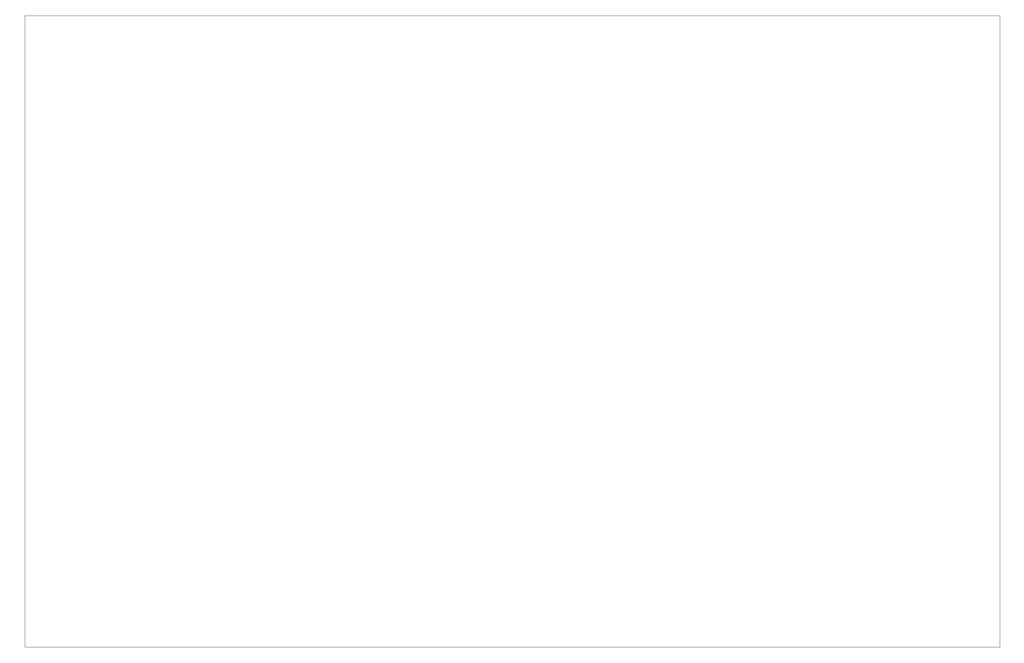
<source format=gbr>
%TF.GenerationSoftware,KiCad,Pcbnew,(5.1.6)-1*%
%TF.CreationDate,2020-11-12T15:31:55-08:00*%
%TF.ProjectId,userinterfacepcb,75736572-696e-4746-9572-666163657063,rev?*%
%TF.SameCoordinates,Original*%
%TF.FileFunction,Profile,NP*%
%FSLAX46Y46*%
G04 Gerber Fmt 4.6, Leading zero omitted, Abs format (unit mm)*
G04 Created by KiCad (PCBNEW (5.1.6)-1) date 2020-11-12 15:31:55*
%MOMM*%
%LPD*%
G01*
G04 APERTURE LIST*
%TA.AperFunction,Profile*%
%ADD10C,0.050000*%
%TD*%
G04 APERTURE END LIST*
D10*
X101600000Y-137160000D02*
X101600000Y-20320000D01*
X281940000Y-137160000D02*
X281940000Y-20320000D01*
X101600000Y-137160000D02*
X281940000Y-137160000D01*
X101600000Y-20320000D02*
X281940000Y-20320000D01*
M02*

</source>
